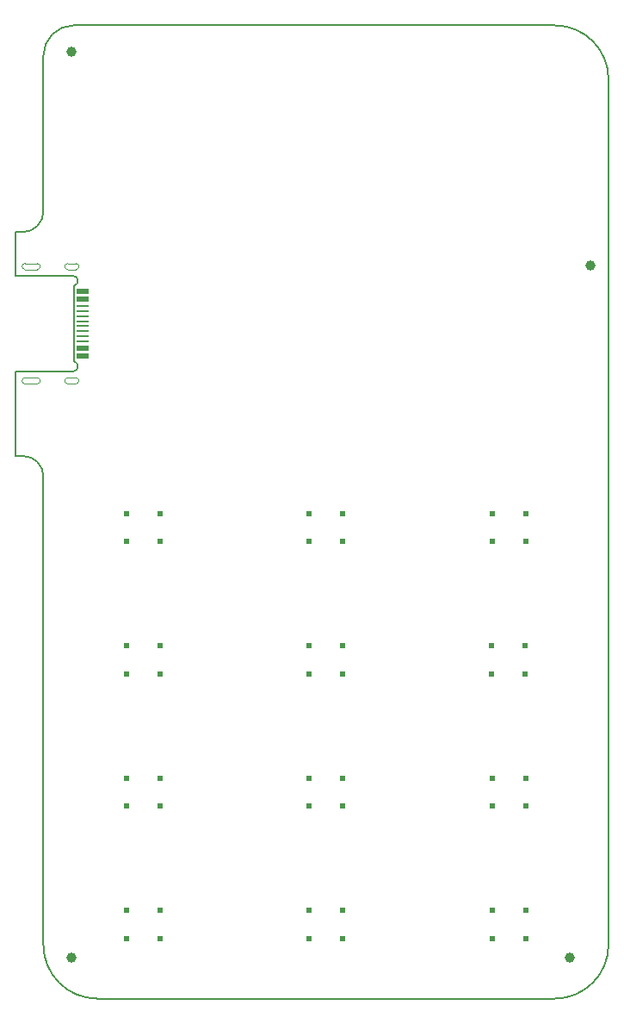
<source format=gbp>
G04 Layer_Color=128*
%FSLAX44Y44*%
%MOMM*%
G71*
G01*
G75*
%ADD45C,1.0000*%
%ADD51C,0.2000*%
%ADD75C,0.0000*%
%ADD192R,1.3000X0.5000*%
%ADD193R,1.3000X0.2000*%
%ADD194R,0.6000X0.5500*%
D45*
X560000Y710000D02*
D03*
X49998Y30000D02*
D03*
Y920000D02*
D03*
X540000Y30000D02*
D03*
D51*
X51997Y690100D02*
G03*
X51000Y700000I-997J4900D01*
G01*
Y606000D02*
G03*
X52039Y615891I0J5000D01*
G01*
X2001Y743001D02*
G03*
X22001Y763001I0J20000D01*
G01*
X52000Y946000D02*
G03*
X22001Y916000I0J-30000D01*
G01*
X577999Y893000D02*
G03*
X524999Y946000I-53000J0D01*
G01*
Y-10000D02*
G03*
X577999Y43000I0J53000D01*
G01*
X22001D02*
G03*
X75000Y-10000I53000J0D01*
G01*
X22001Y503001D02*
G03*
X2001Y523001I-20000J0D01*
G01*
X75000Y-10000D02*
X524999D01*
X22001Y43000D02*
Y503001D01*
X-5000Y523001D02*
X2001D01*
X-5000Y743001D02*
X2000D01*
X22001Y763001D02*
Y916000D01*
X52000Y946000D02*
X524999D01*
X577999Y43000D02*
Y893000D01*
X-5001Y700001D02*
Y743001D01*
X-5000Y700000D02*
X51000D01*
X52000Y615900D02*
Y690100D01*
X-5001Y523001D02*
Y605801D01*
X51000D01*
D75*
X15999Y593800D02*
G03*
X18999Y596800I0J3000D01*
G01*
D02*
G03*
X15999Y599800I-3000J0D01*
G01*
X4001D02*
G03*
X1001Y596800I0J-3000D01*
G01*
D02*
G03*
X4001Y593800I3000J0D01*
G01*
X54000Y706200D02*
G03*
X57000Y709200I0J3000D01*
G01*
D02*
G03*
X54000Y712200I-3000J0D01*
G01*
X45999D02*
G03*
X43000Y709200I0J-3000D01*
G01*
D02*
G03*
X45999Y706200I3000J0D01*
G01*
X54000Y593800D02*
G03*
X57000Y596800I0J3000D01*
G01*
D02*
G03*
X54000Y599800I-3000J0D01*
G01*
X45999D02*
G03*
X43000Y596800I0J-3000D01*
G01*
D02*
G03*
X45999Y593800I3000J0D01*
G01*
X15999Y706200D02*
G03*
X18999Y709200I0J3000D01*
G01*
D02*
G03*
X15999Y712200I-3000J0D01*
G01*
X4001D02*
G03*
X1001Y709200I0J-3000D01*
G01*
D02*
G03*
X4001Y706200I3000J0D01*
G01*
Y599800D02*
X15999D01*
X4001Y593800D02*
X15999D01*
X45999Y712200D02*
X54000D01*
X45999Y706200D02*
X54000D01*
X45999Y599800D02*
X54000D01*
X45999Y593800D02*
X54000D01*
X4001Y712200D02*
X15999D01*
X4001Y706200D02*
X15999D01*
D192*
X60500Y621001D02*
D03*
Y628999D02*
D03*
Y677000D02*
D03*
Y684999D02*
D03*
D193*
Y635499D02*
D03*
Y640501D02*
D03*
Y645499D02*
D03*
Y650501D02*
D03*
Y655499D02*
D03*
Y660501D02*
D03*
Y665499D02*
D03*
Y670501D02*
D03*
D194*
X136500Y466690D02*
D03*
X103500D02*
D03*
Y439190D02*
D03*
X136500D02*
D03*
X283500Y439190D02*
D03*
X316500D02*
D03*
Y466690D02*
D03*
X283500D02*
D03*
X463500Y439190D02*
D03*
X496500D02*
D03*
Y466690D02*
D03*
X463500D02*
D03*
X136500Y336690D02*
D03*
X103500D02*
D03*
Y309190D02*
D03*
X136500D02*
D03*
X316500Y336690D02*
D03*
X283500D02*
D03*
Y309190D02*
D03*
X316500D02*
D03*
X462500Y309190D02*
D03*
X495500D02*
D03*
Y336690D02*
D03*
X462500D02*
D03*
X496701Y206690D02*
D03*
X463701D02*
D03*
Y179190D02*
D03*
X496701D02*
D03*
X316500Y206690D02*
D03*
X283500D02*
D03*
Y179190D02*
D03*
X316500D02*
D03*
X136500Y206690D02*
D03*
X103500D02*
D03*
Y179190D02*
D03*
X136500D02*
D03*
X136500Y76691D02*
D03*
X103500D02*
D03*
Y49191D02*
D03*
X136500D02*
D03*
X316499Y76691D02*
D03*
X283499D02*
D03*
Y49191D02*
D03*
X316499D02*
D03*
X463499Y49191D02*
D03*
X496499D02*
D03*
Y76691D02*
D03*
X463499D02*
D03*
M02*

</source>
